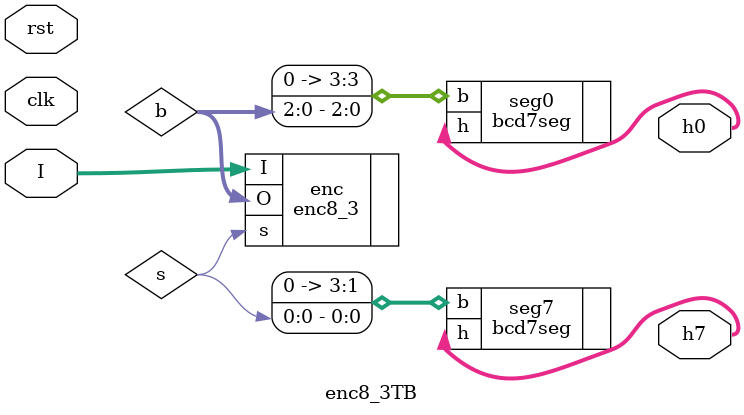
<source format=v>
module enc8_3TB(
    input                       clk,
    input                       rst,

    // ========== enc8_3 =========== //
    input           [7: 0]      I,          
    output reg      [6: 0]      h0,
    output reg      [6: 0]      h7
);

    // ========== enc8_3 =========== //
    wire                s;
    wire        [2: 0]  b;
    enc8_3 enc(
        .I(           I ),
        .s(           s ),
        .O(           b )
    );
    bcd7seg seg0(
        .b(   {1'b0, b} ),
        .h(          h0 )
    );
    bcd7seg seg7(
        .b( {3'b000, s} ),
        .h(          h7 )
    );

endmodule


</source>
